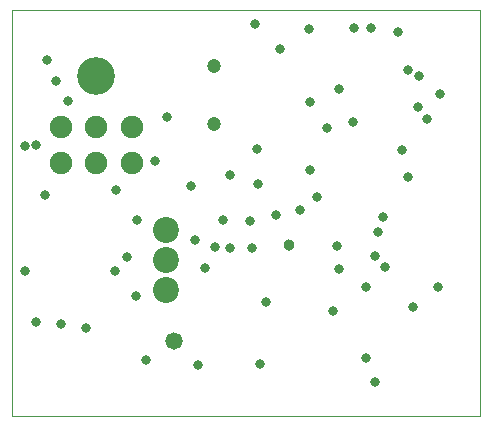
<source format=gbs>
G04 Layer_Color=16711935*
%FSLAX24Y24*%
%MOIN*%
G70*
G01*
G75*
%ADD26C,0.0005*%
%ADD49C,0.0472*%
%ADD50C,0.0748*%
%ADD51C,0.1260*%
%ADD52C,0.0866*%
%ADD53C,0.0579*%
%ADD54C,0.0315*%
%ADD55C,0.0319*%
%ADD56C,0.0379*%
D26*
X2080Y15360D02*
X17700D01*
Y1840D02*
Y15360D01*
X2080Y1840D02*
X17700D01*
X2080D02*
Y15360D01*
D49*
X8810Y13501D02*
D03*
Y11579D02*
D03*
D50*
X3709Y10281D02*
D03*
X4890D02*
D03*
X6071D02*
D03*
Y11462D02*
D03*
X3709D02*
D03*
X4890D02*
D03*
D51*
Y13163D02*
D03*
D52*
X7224Y8030D02*
D03*
Y7030D02*
D03*
Y6030D02*
D03*
D53*
X7490Y4330D02*
D03*
D54*
X6560Y3700D02*
D03*
X4560Y4750D02*
D03*
X16300Y6120D02*
D03*
X12590Y11430D02*
D03*
X13000Y12720D02*
D03*
X14510Y6810D02*
D03*
X14200Y7160D02*
D03*
X14290Y7980D02*
D03*
X14040Y14760D02*
D03*
X13490Y14750D02*
D03*
X14460Y8470D02*
D03*
X14950Y14630D02*
D03*
X15930Y11740D02*
D03*
X14190Y2980D02*
D03*
X13900Y3750D02*
D03*
Y6120D02*
D03*
X15270Y13380D02*
D03*
X15084Y10700D02*
D03*
X11010Y14080D02*
D03*
X10240Y10735D02*
D03*
X10170Y14900D02*
D03*
X12000Y14730D02*
D03*
X9350Y7440D02*
D03*
Y9860D02*
D03*
X2510Y10840D02*
D03*
Y6680D02*
D03*
X2890Y4960D02*
D03*
Y10870D02*
D03*
X5930Y7120D02*
D03*
X10340Y3570D02*
D03*
X12250Y9140D02*
D03*
D55*
X15650Y13160D02*
D03*
X15450Y5470D02*
D03*
X10280Y9550D02*
D03*
X15270Y9800D02*
D03*
X15610Y12120D02*
D03*
X16360Y12570D02*
D03*
X13460Y11620D02*
D03*
X12020Y12310D02*
D03*
X8850Y7470D02*
D03*
X12790Y5330D02*
D03*
X10010Y8320D02*
D03*
X11680Y8690D02*
D03*
X5540Y9350D02*
D03*
X3170Y9210D02*
D03*
X8280Y3540D02*
D03*
X5510Y6670D02*
D03*
X6260Y8360D02*
D03*
X8190Y7710D02*
D03*
X10550Y5640D02*
D03*
X3730Y4890D02*
D03*
X6220Y5840D02*
D03*
X3960Y12320D02*
D03*
X10070Y7430D02*
D03*
X12980Y6720D02*
D03*
X12930Y7500D02*
D03*
X8530Y6780D02*
D03*
X10870Y8530D02*
D03*
X9120Y8360D02*
D03*
X7250Y11810D02*
D03*
X6850Y10320D02*
D03*
X3250Y13710D02*
D03*
X3540Y12990D02*
D03*
X12030Y10020D02*
D03*
X8060Y9490D02*
D03*
D56*
X11330Y7530D02*
D03*
M02*

</source>
